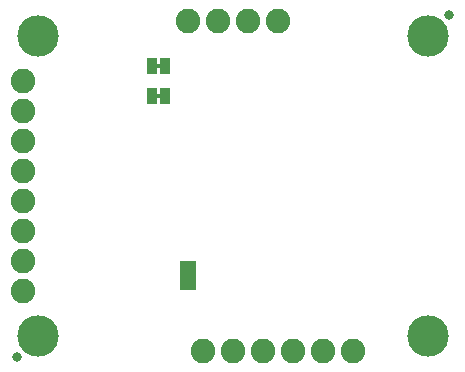
<source format=gbs>
G04 EAGLE Gerber RS-274X export*
G75*
%MOMM*%
%FSLAX34Y34*%
%LPD*%
%INSoldermask Bottom*%
%IPPOS*%
%AMOC8*
5,1,8,0,0,1.08239X$1,22.5*%
G01*
%ADD10C,2.082800*%
%ADD11R,1.473200X0.838200*%
%ADD12R,0.863600X1.473200*%
%ADD13C,0.838200*%
%ADD14C,3.505200*%

G36*
X128970Y252107D02*
X128970Y252107D01*
X129036Y252109D01*
X129079Y252127D01*
X129126Y252135D01*
X129183Y252169D01*
X129243Y252194D01*
X129278Y252225D01*
X129319Y252250D01*
X129361Y252301D01*
X129409Y252345D01*
X129431Y252387D01*
X129460Y252424D01*
X129481Y252486D01*
X129512Y252545D01*
X129520Y252599D01*
X129532Y252636D01*
X129531Y252676D01*
X129539Y252730D01*
X129539Y255270D01*
X129528Y255335D01*
X129526Y255401D01*
X129508Y255444D01*
X129500Y255491D01*
X129466Y255548D01*
X129441Y255608D01*
X129410Y255643D01*
X129385Y255684D01*
X129334Y255726D01*
X129290Y255774D01*
X129248Y255796D01*
X129211Y255825D01*
X129149Y255846D01*
X129090Y255877D01*
X129036Y255885D01*
X128999Y255897D01*
X128959Y255896D01*
X128905Y255904D01*
X125095Y255904D01*
X125030Y255893D01*
X124964Y255891D01*
X124921Y255873D01*
X124874Y255865D01*
X124817Y255831D01*
X124757Y255806D01*
X124722Y255775D01*
X124681Y255750D01*
X124640Y255699D01*
X124591Y255655D01*
X124569Y255613D01*
X124540Y255576D01*
X124519Y255514D01*
X124488Y255455D01*
X124480Y255401D01*
X124468Y255364D01*
X124468Y255361D01*
X124469Y255324D01*
X124461Y255270D01*
X124461Y252730D01*
X124472Y252665D01*
X124474Y252599D01*
X124492Y252556D01*
X124500Y252509D01*
X124534Y252452D01*
X124559Y252392D01*
X124590Y252357D01*
X124615Y252316D01*
X124666Y252275D01*
X124710Y252226D01*
X124752Y252204D01*
X124789Y252175D01*
X124851Y252154D01*
X124910Y252123D01*
X124964Y252115D01*
X125001Y252103D01*
X125041Y252104D01*
X125095Y252096D01*
X128905Y252096D01*
X128970Y252107D01*
G37*
G36*
X128970Y226707D02*
X128970Y226707D01*
X129036Y226709D01*
X129079Y226727D01*
X129126Y226735D01*
X129183Y226769D01*
X129243Y226794D01*
X129278Y226825D01*
X129319Y226850D01*
X129361Y226901D01*
X129409Y226945D01*
X129431Y226987D01*
X129460Y227024D01*
X129481Y227086D01*
X129512Y227145D01*
X129520Y227199D01*
X129532Y227236D01*
X129531Y227276D01*
X129539Y227330D01*
X129539Y229870D01*
X129528Y229935D01*
X129526Y230001D01*
X129508Y230044D01*
X129500Y230091D01*
X129466Y230148D01*
X129441Y230208D01*
X129410Y230243D01*
X129385Y230284D01*
X129334Y230326D01*
X129290Y230374D01*
X129248Y230396D01*
X129211Y230425D01*
X129149Y230446D01*
X129090Y230477D01*
X129036Y230485D01*
X128999Y230497D01*
X128959Y230496D01*
X128905Y230504D01*
X125095Y230504D01*
X125030Y230493D01*
X124964Y230491D01*
X124921Y230473D01*
X124874Y230465D01*
X124817Y230431D01*
X124757Y230406D01*
X124722Y230375D01*
X124681Y230350D01*
X124640Y230299D01*
X124591Y230255D01*
X124569Y230213D01*
X124540Y230176D01*
X124519Y230114D01*
X124488Y230055D01*
X124480Y230001D01*
X124468Y229964D01*
X124468Y229961D01*
X124469Y229924D01*
X124461Y229870D01*
X124461Y227330D01*
X124472Y227265D01*
X124474Y227199D01*
X124492Y227156D01*
X124500Y227109D01*
X124534Y227052D01*
X124559Y226992D01*
X124590Y226957D01*
X124615Y226916D01*
X124666Y226875D01*
X124710Y226826D01*
X124752Y226804D01*
X124789Y226775D01*
X124851Y226754D01*
X124910Y226723D01*
X124964Y226715D01*
X125001Y226703D01*
X125041Y226704D01*
X125095Y226696D01*
X128905Y226696D01*
X128970Y226707D01*
G37*
D10*
X228600Y292100D03*
X203200Y292100D03*
X177800Y292100D03*
X152400Y292100D03*
D11*
X152400Y84328D03*
X152400Y76200D03*
X152400Y68072D03*
D12*
X132207Y254000D03*
X121793Y254000D03*
D10*
X165100Y12700D03*
X190500Y12700D03*
X215900Y12700D03*
X241300Y12700D03*
X266700Y12700D03*
X292100Y12700D03*
D12*
X132207Y228600D03*
X121793Y228600D03*
D13*
X7620Y7620D03*
X373380Y297180D03*
D14*
X355600Y25400D03*
X25400Y25400D03*
X25400Y279400D03*
X355600Y279400D03*
D10*
X12700Y241300D03*
X12700Y215900D03*
X12700Y190500D03*
X12700Y165100D03*
X12700Y139700D03*
X12700Y114300D03*
X12700Y88900D03*
X12700Y63500D03*
M02*

</source>
